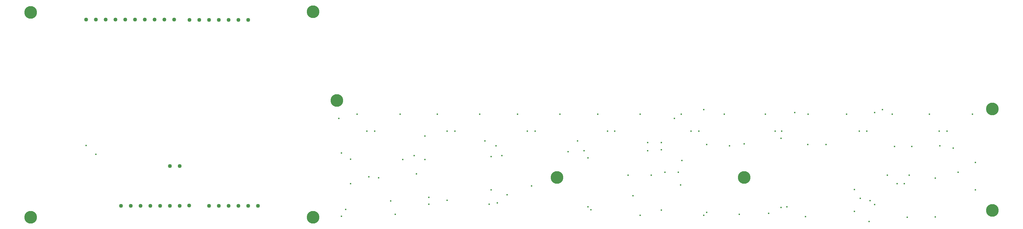
<source format=gbr>
G04 DesignSpark PCB Gerber Version 11.0 Build 5877*
G04 #@! TF.Part,Single*
G04 #@! TF.FilePolarity,Positive*
%FSLAX35Y35*%
%MOIN*%
G04 #@! TA.AperFunction,ViaDrill*
%ADD70C,0.01600*%
G04 #@! TA.AperFunction,MechanicalDrill*
%ADD71C,0.04000*%
%ADD20C,0.12992*%
G04 #@! TD.AperFunction*
X0Y0D02*
D02*
D70*
X137630Y86750D03*
X147630Y77750D03*
X395734Y114250D03*
X398500Y14250D03*
Y79000D03*
X403000Y21500D03*
X407750Y47750D03*
Y72750D03*
X414500Y118750D03*
X424500Y101250D03*
X426500Y54750D03*
X432500Y101250D03*
X436500Y53750D03*
X449000Y30093D03*
X453500Y16500D03*
X458500Y118750D03*
X461250Y72250D03*
X472750Y76500D03*
X475250Y57750D03*
X484000Y72250D03*
Y96500D03*
X488000Y26750D03*
Y33750D03*
X496500Y118750D03*
X506500Y30750D03*
Y101250D03*
X514500D03*
X540000Y118750D03*
X545250Y91500D03*
X549500Y26750D03*
X551500Y41500D03*
Y75250D03*
X556500Y86250D03*
X557750Y28016D03*
X562500Y76500D03*
X567750Y36500D03*
X578500Y118750D03*
X588500Y101250D03*
X592750Y45250D03*
X596500Y101250D03*
X622000Y118750D03*
X630250Y80250D03*
X640000Y91250D03*
X646500Y81500D03*
X650500Y24018D03*
Y74000D03*
X653500Y21018D03*
X660500Y118750D03*
X670500Y101250D03*
X678000D03*
X691500Y56500D03*
X696500Y35250D03*
X704000Y15250D03*
Y118750D03*
X711500Y81500D03*
Y89750D03*
X715250Y56500D03*
X725500Y20750D03*
Y82250D03*
Y89750D03*
X729079Y59250D03*
X738921Y114250D03*
X743000Y59250D03*
X745250Y46500D03*
X746000Y118750D03*
X746500Y71500D03*
X756000Y101250D03*
X764000D03*
X769000Y15250D03*
Y123250D03*
X772000Y18250D03*
Y87750D03*
X790000Y118750D03*
X795250Y86500D03*
X805250Y16500D03*
X810250Y88250D03*
X832000Y118750D03*
X835250Y17250D03*
X842000Y101250D03*
X847750Y23250D03*
Y94000D03*
X848500Y101250D03*
X854000Y24070D03*
X862000Y120250D03*
X872750Y14000D03*
X875250Y87750D03*
X875500Y118750D03*
X894000Y87750D03*
X915000Y118750D03*
X923000Y19250D03*
Y41750D03*
X928000Y101250D03*
X929000Y32750D03*
X935500Y101250D03*
X937750Y9000D03*
X939000Y30250D03*
X943500Y26250D03*
Y120250D03*
X951500Y123250D03*
X956500Y56500D03*
X961500Y118750D03*
X964000Y85750D03*
X966500Y47750D03*
X974000D03*
X977000Y13250D03*
X979000Y56500D03*
X981500Y85750D03*
X999500Y118750D03*
X1005500Y13750D03*
Y53250D03*
X1009500Y101250D03*
X1010250Y86500D03*
X1017500Y101250D03*
X1024000Y84000D03*
X1029000Y59250D03*
X1043500Y118750D03*
X1046500Y41250D03*
Y69250D03*
D02*
D71*
X137390Y215239D03*
X147390Y215240D03*
X157388Y215239D03*
X167388D03*
X173215Y25152D03*
X177388Y215239D03*
X183215Y25152D03*
X187388Y215239D03*
X193215Y25152D03*
X197388Y215239D03*
X203215Y25152D03*
X207388Y215239D03*
X213215Y25152D03*
X217388Y215239D03*
X223213Y65652D03*
X223215Y25152D03*
X227388Y215239D03*
X233213Y65652D03*
X233215Y25152D03*
X242750Y25250D03*
X243215Y215152D03*
X253215D03*
X263215Y25152D03*
Y215152D03*
X273215Y25152D03*
Y215152D03*
X283215Y25152D03*
Y215152D03*
X293215Y25152D03*
Y215152D03*
X303215Y25152D03*
Y215152D03*
X313215Y25152D03*
D02*
D20*
X80927Y13417D03*
X80967Y222703D03*
X369512Y223262D03*
X369514Y13417D03*
X394000Y132750D03*
X619000Y54000D03*
X810250D03*
X1064000Y20250D03*
Y124000D03*
X0Y0D02*
M02*

</source>
